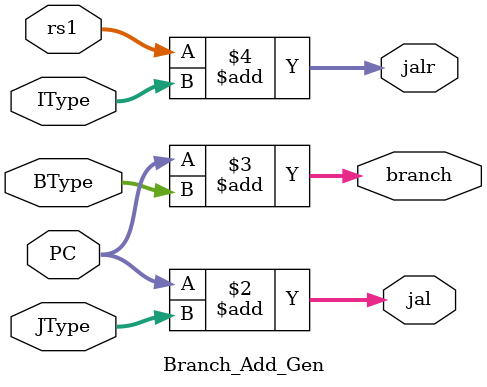
<source format=sv>
`timescale 1ns / 1ps
module Branch_Add_Gen(
input [31:0] PC, JType, BType, IType, rs1,
output logic [31:0] jal, branch, jalr
);
always_comb 
begin                      //set next program address as what 
    jal = PC + JType;      //each instruction is defined as 
    branch = PC + BType;   //in assember manual   
    jalr = rs1 + IType;      
end    
endmodule

</source>
